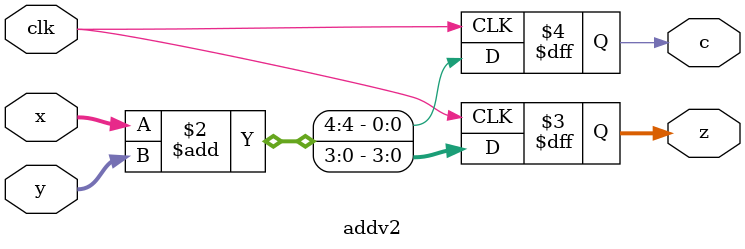
<source format=v>
module addv2 (
	input wire clk,
	input wire [3:0] x,
	input wire [3:0] y,
	output reg [3:0] z,
	output reg c
	);

	always @(posedge clk) begin
		{c,z} <= x + y;
	end
endmodule

</source>
